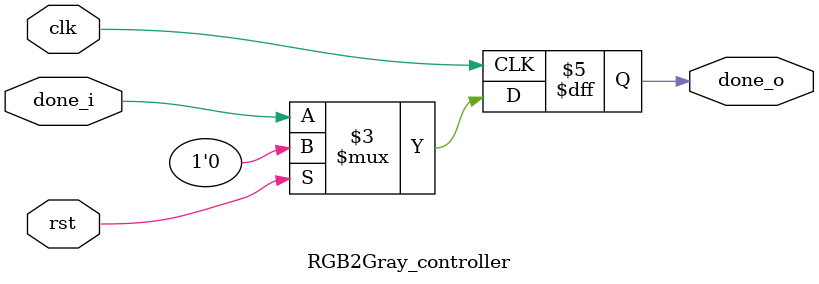
<source format=v>
module RGB2Gray_controller (input clk,
                            input rst,
                            input done_i,
                            output done_o);
    
    always @(posedge clk) begin
        if (rst) begin
            done_o <= 0;
            end else begin
            done_o <= done_i;
        end
    end
    
endmodule

</source>
